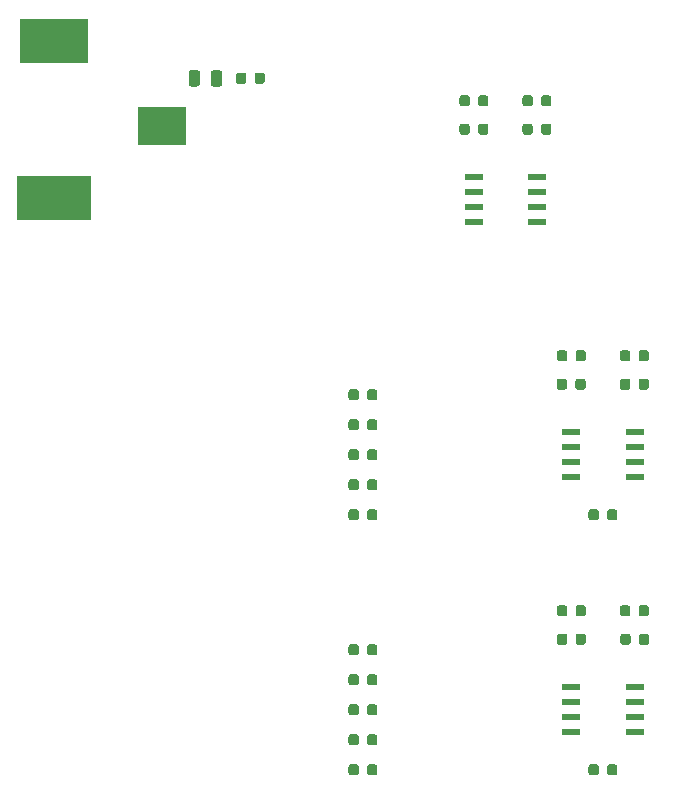
<source format=gbr>
%TF.GenerationSoftware,KiCad,Pcbnew,(5.1.7)-1*%
%TF.CreationDate,2021-04-26T16:45:44-05:00*%
%TF.ProjectId,Op_Amp_demo_PCB,4f705f41-6d70-45f6-9465-6d6f5f504342,1.0*%
%TF.SameCoordinates,Original*%
%TF.FileFunction,Paste,Top*%
%TF.FilePolarity,Positive*%
%FSLAX46Y46*%
G04 Gerber Fmt 4.6, Leading zero omitted, Abs format (unit mm)*
G04 Created by KiCad (PCBNEW (5.1.7)-1) date 2021-04-26 16:45:44*
%MOMM*%
%LPD*%
G01*
G04 APERTURE LIST*
%ADD10R,1.550000X0.600000*%
%ADD11R,6.350000X3.810000*%
%ADD12R,5.760000X3.810000*%
%ADD13R,4.060000X3.300000*%
G04 APERTURE END LIST*
%TO.C,R13*%
G36*
G01*
X105125000Y-68709250D02*
X105125000Y-68196750D01*
G75*
G02*
X105343750Y-67978000I218750J0D01*
G01*
X105781250Y-67978000D01*
G75*
G02*
X106000000Y-68196750I0J-218750D01*
G01*
X106000000Y-68709250D01*
G75*
G02*
X105781250Y-68928000I-218750J0D01*
G01*
X105343750Y-68928000D01*
G75*
G02*
X105125000Y-68709250I0J218750D01*
G01*
G37*
G36*
G01*
X103550000Y-68709250D02*
X103550000Y-68196750D01*
G75*
G02*
X103768750Y-67978000I218750J0D01*
G01*
X104206250Y-67978000D01*
G75*
G02*
X104425000Y-68196750I0J-218750D01*
G01*
X104425000Y-68709250D01*
G75*
G02*
X104206250Y-68928000I-218750J0D01*
G01*
X103768750Y-68928000D01*
G75*
G02*
X103550000Y-68709250I0J218750D01*
G01*
G37*
%TD*%
%TO.C,D1*%
G36*
G01*
X101415000Y-68909250D02*
X101415000Y-67996750D01*
G75*
G02*
X101658750Y-67753000I243750J0D01*
G01*
X102146250Y-67753000D01*
G75*
G02*
X102390000Y-67996750I0J-243750D01*
G01*
X102390000Y-68909250D01*
G75*
G02*
X102146250Y-69153000I-243750J0D01*
G01*
X101658750Y-69153000D01*
G75*
G02*
X101415000Y-68909250I0J243750D01*
G01*
G37*
G36*
G01*
X99540000Y-68909250D02*
X99540000Y-67996750D01*
G75*
G02*
X99783750Y-67753000I243750J0D01*
G01*
X100271250Y-67753000D01*
G75*
G02*
X100515000Y-67996750I0J-243750D01*
G01*
X100515000Y-68909250D01*
G75*
G02*
X100271250Y-69153000I-243750J0D01*
G01*
X99783750Y-69153000D01*
G75*
G02*
X99540000Y-68909250I0J243750D01*
G01*
G37*
%TD*%
D10*
%TO.C,U4*%
X131920000Y-120015000D03*
X131920000Y-121285000D03*
X131920000Y-122555000D03*
X131920000Y-123825000D03*
X137320000Y-123825000D03*
X137320000Y-122555000D03*
X137320000Y-121285000D03*
X137320000Y-120015000D03*
%TD*%
%TO.C,U3*%
X123665000Y-76835000D03*
X123665000Y-78105000D03*
X123665000Y-79375000D03*
X123665000Y-80645000D03*
X129065000Y-80645000D03*
X129065000Y-79375000D03*
X129065000Y-78105000D03*
X129065000Y-76835000D03*
%TD*%
%TO.C,U2*%
X131920000Y-98425000D03*
X131920000Y-99695000D03*
X131920000Y-100965000D03*
X131920000Y-102235000D03*
X137320000Y-102235000D03*
X137320000Y-100965000D03*
X137320000Y-99695000D03*
X137320000Y-98425000D03*
%TD*%
%TO.C,R12*%
G36*
G01*
X134970000Y-127256250D02*
X134970000Y-126743750D01*
G75*
G02*
X135188750Y-126525000I218750J0D01*
G01*
X135626250Y-126525000D01*
G75*
G02*
X135845000Y-126743750I0J-218750D01*
G01*
X135845000Y-127256250D01*
G75*
G02*
X135626250Y-127475000I-218750J0D01*
G01*
X135188750Y-127475000D01*
G75*
G02*
X134970000Y-127256250I0J218750D01*
G01*
G37*
G36*
G01*
X133395000Y-127256250D02*
X133395000Y-126743750D01*
G75*
G02*
X133613750Y-126525000I218750J0D01*
G01*
X134051250Y-126525000D01*
G75*
G02*
X134270000Y-126743750I0J-218750D01*
G01*
X134270000Y-127256250D01*
G75*
G02*
X134051250Y-127475000I-218750J0D01*
G01*
X133613750Y-127475000D01*
G75*
G02*
X133395000Y-127256250I0J218750D01*
G01*
G37*
%TD*%
%TO.C,R11*%
G36*
G01*
X113950000Y-126743750D02*
X113950000Y-127256250D01*
G75*
G02*
X113731250Y-127475000I-218750J0D01*
G01*
X113293750Y-127475000D01*
G75*
G02*
X113075000Y-127256250I0J218750D01*
G01*
X113075000Y-126743750D01*
G75*
G02*
X113293750Y-126525000I218750J0D01*
G01*
X113731250Y-126525000D01*
G75*
G02*
X113950000Y-126743750I0J-218750D01*
G01*
G37*
G36*
G01*
X115525000Y-126743750D02*
X115525000Y-127256250D01*
G75*
G02*
X115306250Y-127475000I-218750J0D01*
G01*
X114868750Y-127475000D01*
G75*
G02*
X114650000Y-127256250I0J218750D01*
G01*
X114650000Y-126743750D01*
G75*
G02*
X114868750Y-126525000I218750J0D01*
G01*
X115306250Y-126525000D01*
G75*
G02*
X115525000Y-126743750I0J-218750D01*
G01*
G37*
%TD*%
%TO.C,R10*%
G36*
G01*
X113950000Y-124203750D02*
X113950000Y-124716250D01*
G75*
G02*
X113731250Y-124935000I-218750J0D01*
G01*
X113293750Y-124935000D01*
G75*
G02*
X113075000Y-124716250I0J218750D01*
G01*
X113075000Y-124203750D01*
G75*
G02*
X113293750Y-123985000I218750J0D01*
G01*
X113731250Y-123985000D01*
G75*
G02*
X113950000Y-124203750I0J-218750D01*
G01*
G37*
G36*
G01*
X115525000Y-124203750D02*
X115525000Y-124716250D01*
G75*
G02*
X115306250Y-124935000I-218750J0D01*
G01*
X114868750Y-124935000D01*
G75*
G02*
X114650000Y-124716250I0J218750D01*
G01*
X114650000Y-124203750D01*
G75*
G02*
X114868750Y-123985000I218750J0D01*
G01*
X115306250Y-123985000D01*
G75*
G02*
X115525000Y-124203750I0J-218750D01*
G01*
G37*
%TD*%
%TO.C,R9*%
G36*
G01*
X113950000Y-121663750D02*
X113950000Y-122176250D01*
G75*
G02*
X113731250Y-122395000I-218750J0D01*
G01*
X113293750Y-122395000D01*
G75*
G02*
X113075000Y-122176250I0J218750D01*
G01*
X113075000Y-121663750D01*
G75*
G02*
X113293750Y-121445000I218750J0D01*
G01*
X113731250Y-121445000D01*
G75*
G02*
X113950000Y-121663750I0J-218750D01*
G01*
G37*
G36*
G01*
X115525000Y-121663750D02*
X115525000Y-122176250D01*
G75*
G02*
X115306250Y-122395000I-218750J0D01*
G01*
X114868750Y-122395000D01*
G75*
G02*
X114650000Y-122176250I0J218750D01*
G01*
X114650000Y-121663750D01*
G75*
G02*
X114868750Y-121445000I218750J0D01*
G01*
X115306250Y-121445000D01*
G75*
G02*
X115525000Y-121663750I0J-218750D01*
G01*
G37*
%TD*%
%TO.C,R8*%
G36*
G01*
X113950000Y-119123750D02*
X113950000Y-119636250D01*
G75*
G02*
X113731250Y-119855000I-218750J0D01*
G01*
X113293750Y-119855000D01*
G75*
G02*
X113075000Y-119636250I0J218750D01*
G01*
X113075000Y-119123750D01*
G75*
G02*
X113293750Y-118905000I218750J0D01*
G01*
X113731250Y-118905000D01*
G75*
G02*
X113950000Y-119123750I0J-218750D01*
G01*
G37*
G36*
G01*
X115525000Y-119123750D02*
X115525000Y-119636250D01*
G75*
G02*
X115306250Y-119855000I-218750J0D01*
G01*
X114868750Y-119855000D01*
G75*
G02*
X114650000Y-119636250I0J218750D01*
G01*
X114650000Y-119123750D01*
G75*
G02*
X114868750Y-118905000I218750J0D01*
G01*
X115306250Y-118905000D01*
G75*
G02*
X115525000Y-119123750I0J-218750D01*
G01*
G37*
%TD*%
%TO.C,R7*%
G36*
G01*
X113950000Y-116583750D02*
X113950000Y-117096250D01*
G75*
G02*
X113731250Y-117315000I-218750J0D01*
G01*
X113293750Y-117315000D01*
G75*
G02*
X113075000Y-117096250I0J218750D01*
G01*
X113075000Y-116583750D01*
G75*
G02*
X113293750Y-116365000I218750J0D01*
G01*
X113731250Y-116365000D01*
G75*
G02*
X113950000Y-116583750I0J-218750D01*
G01*
G37*
G36*
G01*
X115525000Y-116583750D02*
X115525000Y-117096250D01*
G75*
G02*
X115306250Y-117315000I-218750J0D01*
G01*
X114868750Y-117315000D01*
G75*
G02*
X114650000Y-117096250I0J218750D01*
G01*
X114650000Y-116583750D01*
G75*
G02*
X114868750Y-116365000I218750J0D01*
G01*
X115306250Y-116365000D01*
G75*
G02*
X115525000Y-116583750I0J-218750D01*
G01*
G37*
%TD*%
%TO.C,R6*%
G36*
G01*
X134270000Y-105153750D02*
X134270000Y-105666250D01*
G75*
G02*
X134051250Y-105885000I-218750J0D01*
G01*
X133613750Y-105885000D01*
G75*
G02*
X133395000Y-105666250I0J218750D01*
G01*
X133395000Y-105153750D01*
G75*
G02*
X133613750Y-104935000I218750J0D01*
G01*
X134051250Y-104935000D01*
G75*
G02*
X134270000Y-105153750I0J-218750D01*
G01*
G37*
G36*
G01*
X135845000Y-105153750D02*
X135845000Y-105666250D01*
G75*
G02*
X135626250Y-105885000I-218750J0D01*
G01*
X135188750Y-105885000D01*
G75*
G02*
X134970000Y-105666250I0J218750D01*
G01*
X134970000Y-105153750D01*
G75*
G02*
X135188750Y-104935000I218750J0D01*
G01*
X135626250Y-104935000D01*
G75*
G02*
X135845000Y-105153750I0J-218750D01*
G01*
G37*
%TD*%
%TO.C,R5*%
G36*
G01*
X113950000Y-105153750D02*
X113950000Y-105666250D01*
G75*
G02*
X113731250Y-105885000I-218750J0D01*
G01*
X113293750Y-105885000D01*
G75*
G02*
X113075000Y-105666250I0J218750D01*
G01*
X113075000Y-105153750D01*
G75*
G02*
X113293750Y-104935000I218750J0D01*
G01*
X113731250Y-104935000D01*
G75*
G02*
X113950000Y-105153750I0J-218750D01*
G01*
G37*
G36*
G01*
X115525000Y-105153750D02*
X115525000Y-105666250D01*
G75*
G02*
X115306250Y-105885000I-218750J0D01*
G01*
X114868750Y-105885000D01*
G75*
G02*
X114650000Y-105666250I0J218750D01*
G01*
X114650000Y-105153750D01*
G75*
G02*
X114868750Y-104935000I218750J0D01*
G01*
X115306250Y-104935000D01*
G75*
G02*
X115525000Y-105153750I0J-218750D01*
G01*
G37*
%TD*%
%TO.C,R4*%
G36*
G01*
X113950000Y-102613750D02*
X113950000Y-103126250D01*
G75*
G02*
X113731250Y-103345000I-218750J0D01*
G01*
X113293750Y-103345000D01*
G75*
G02*
X113075000Y-103126250I0J218750D01*
G01*
X113075000Y-102613750D01*
G75*
G02*
X113293750Y-102395000I218750J0D01*
G01*
X113731250Y-102395000D01*
G75*
G02*
X113950000Y-102613750I0J-218750D01*
G01*
G37*
G36*
G01*
X115525000Y-102613750D02*
X115525000Y-103126250D01*
G75*
G02*
X115306250Y-103345000I-218750J0D01*
G01*
X114868750Y-103345000D01*
G75*
G02*
X114650000Y-103126250I0J218750D01*
G01*
X114650000Y-102613750D01*
G75*
G02*
X114868750Y-102395000I218750J0D01*
G01*
X115306250Y-102395000D01*
G75*
G02*
X115525000Y-102613750I0J-218750D01*
G01*
G37*
%TD*%
%TO.C,R3*%
G36*
G01*
X113950000Y-100073750D02*
X113950000Y-100586250D01*
G75*
G02*
X113731250Y-100805000I-218750J0D01*
G01*
X113293750Y-100805000D01*
G75*
G02*
X113075000Y-100586250I0J218750D01*
G01*
X113075000Y-100073750D01*
G75*
G02*
X113293750Y-99855000I218750J0D01*
G01*
X113731250Y-99855000D01*
G75*
G02*
X113950000Y-100073750I0J-218750D01*
G01*
G37*
G36*
G01*
X115525000Y-100073750D02*
X115525000Y-100586250D01*
G75*
G02*
X115306250Y-100805000I-218750J0D01*
G01*
X114868750Y-100805000D01*
G75*
G02*
X114650000Y-100586250I0J218750D01*
G01*
X114650000Y-100073750D01*
G75*
G02*
X114868750Y-99855000I218750J0D01*
G01*
X115306250Y-99855000D01*
G75*
G02*
X115525000Y-100073750I0J-218750D01*
G01*
G37*
%TD*%
%TO.C,R2*%
G36*
G01*
X113950000Y-97533750D02*
X113950000Y-98046250D01*
G75*
G02*
X113731250Y-98265000I-218750J0D01*
G01*
X113293750Y-98265000D01*
G75*
G02*
X113075000Y-98046250I0J218750D01*
G01*
X113075000Y-97533750D01*
G75*
G02*
X113293750Y-97315000I218750J0D01*
G01*
X113731250Y-97315000D01*
G75*
G02*
X113950000Y-97533750I0J-218750D01*
G01*
G37*
G36*
G01*
X115525000Y-97533750D02*
X115525000Y-98046250D01*
G75*
G02*
X115306250Y-98265000I-218750J0D01*
G01*
X114868750Y-98265000D01*
G75*
G02*
X114650000Y-98046250I0J218750D01*
G01*
X114650000Y-97533750D01*
G75*
G02*
X114868750Y-97315000I218750J0D01*
G01*
X115306250Y-97315000D01*
G75*
G02*
X115525000Y-97533750I0J-218750D01*
G01*
G37*
%TD*%
%TO.C,R1*%
G36*
G01*
X113950000Y-94993750D02*
X113950000Y-95506250D01*
G75*
G02*
X113731250Y-95725000I-218750J0D01*
G01*
X113293750Y-95725000D01*
G75*
G02*
X113075000Y-95506250I0J218750D01*
G01*
X113075000Y-94993750D01*
G75*
G02*
X113293750Y-94775000I218750J0D01*
G01*
X113731250Y-94775000D01*
G75*
G02*
X113950000Y-94993750I0J-218750D01*
G01*
G37*
G36*
G01*
X115525000Y-94993750D02*
X115525000Y-95506250D01*
G75*
G02*
X115306250Y-95725000I-218750J0D01*
G01*
X114868750Y-95725000D01*
G75*
G02*
X114650000Y-95506250I0J218750D01*
G01*
X114650000Y-94993750D01*
G75*
G02*
X114868750Y-94775000I218750J0D01*
G01*
X115306250Y-94775000D01*
G75*
G02*
X115525000Y-94993750I0J-218750D01*
G01*
G37*
%TD*%
D11*
%TO.C,CON1*%
X88138000Y-78617000D03*
D12*
X88138000Y-65327000D03*
D13*
X97278000Y-72517000D03*
%TD*%
%TO.C,C12*%
G36*
G01*
X123348000Y-72514750D02*
X123348000Y-73027250D01*
G75*
G02*
X123129250Y-73246000I-218750J0D01*
G01*
X122691750Y-73246000D01*
G75*
G02*
X122473000Y-73027250I0J218750D01*
G01*
X122473000Y-72514750D01*
G75*
G02*
X122691750Y-72296000I218750J0D01*
G01*
X123129250Y-72296000D01*
G75*
G02*
X123348000Y-72514750I0J-218750D01*
G01*
G37*
G36*
G01*
X124923000Y-72514750D02*
X124923000Y-73027250D01*
G75*
G02*
X124704250Y-73246000I-218750J0D01*
G01*
X124266750Y-73246000D01*
G75*
G02*
X124048000Y-73027250I0J218750D01*
G01*
X124048000Y-72514750D01*
G75*
G02*
X124266750Y-72296000I218750J0D01*
G01*
X124704250Y-72296000D01*
G75*
G02*
X124923000Y-72514750I0J-218750D01*
G01*
G37*
%TD*%
%TO.C,C11*%
G36*
G01*
X123348000Y-70101750D02*
X123348000Y-70614250D01*
G75*
G02*
X123129250Y-70833000I-218750J0D01*
G01*
X122691750Y-70833000D01*
G75*
G02*
X122473000Y-70614250I0J218750D01*
G01*
X122473000Y-70101750D01*
G75*
G02*
X122691750Y-69883000I218750J0D01*
G01*
X123129250Y-69883000D01*
G75*
G02*
X123348000Y-70101750I0J-218750D01*
G01*
G37*
G36*
G01*
X124923000Y-70101750D02*
X124923000Y-70614250D01*
G75*
G02*
X124704250Y-70833000I-218750J0D01*
G01*
X124266750Y-70833000D01*
G75*
G02*
X124048000Y-70614250I0J218750D01*
G01*
X124048000Y-70101750D01*
G75*
G02*
X124266750Y-69883000I218750J0D01*
G01*
X124704250Y-69883000D01*
G75*
G02*
X124923000Y-70101750I0J-218750D01*
G01*
G37*
%TD*%
%TO.C,C10*%
G36*
G01*
X128682000Y-72514750D02*
X128682000Y-73027250D01*
G75*
G02*
X128463250Y-73246000I-218750J0D01*
G01*
X128025750Y-73246000D01*
G75*
G02*
X127807000Y-73027250I0J218750D01*
G01*
X127807000Y-72514750D01*
G75*
G02*
X128025750Y-72296000I218750J0D01*
G01*
X128463250Y-72296000D01*
G75*
G02*
X128682000Y-72514750I0J-218750D01*
G01*
G37*
G36*
G01*
X130257000Y-72514750D02*
X130257000Y-73027250D01*
G75*
G02*
X130038250Y-73246000I-218750J0D01*
G01*
X129600750Y-73246000D01*
G75*
G02*
X129382000Y-73027250I0J218750D01*
G01*
X129382000Y-72514750D01*
G75*
G02*
X129600750Y-72296000I218750J0D01*
G01*
X130038250Y-72296000D01*
G75*
G02*
X130257000Y-72514750I0J-218750D01*
G01*
G37*
%TD*%
%TO.C,C9*%
G36*
G01*
X128682000Y-70101750D02*
X128682000Y-70614250D01*
G75*
G02*
X128463250Y-70833000I-218750J0D01*
G01*
X128025750Y-70833000D01*
G75*
G02*
X127807000Y-70614250I0J218750D01*
G01*
X127807000Y-70101750D01*
G75*
G02*
X128025750Y-69883000I218750J0D01*
G01*
X128463250Y-69883000D01*
G75*
G02*
X128682000Y-70101750I0J-218750D01*
G01*
G37*
G36*
G01*
X130257000Y-70101750D02*
X130257000Y-70614250D01*
G75*
G02*
X130038250Y-70833000I-218750J0D01*
G01*
X129600750Y-70833000D01*
G75*
G02*
X129382000Y-70614250I0J218750D01*
G01*
X129382000Y-70101750D01*
G75*
G02*
X129600750Y-69883000I218750J0D01*
G01*
X130038250Y-69883000D01*
G75*
G02*
X130257000Y-70101750I0J-218750D01*
G01*
G37*
%TD*%
%TO.C,C8*%
G36*
G01*
X131577500Y-94104750D02*
X131577500Y-94617250D01*
G75*
G02*
X131358750Y-94836000I-218750J0D01*
G01*
X130921250Y-94836000D01*
G75*
G02*
X130702500Y-94617250I0J218750D01*
G01*
X130702500Y-94104750D01*
G75*
G02*
X130921250Y-93886000I218750J0D01*
G01*
X131358750Y-93886000D01*
G75*
G02*
X131577500Y-94104750I0J-218750D01*
G01*
G37*
G36*
G01*
X133152500Y-94104750D02*
X133152500Y-94617250D01*
G75*
G02*
X132933750Y-94836000I-218750J0D01*
G01*
X132496250Y-94836000D01*
G75*
G02*
X132277500Y-94617250I0J218750D01*
G01*
X132277500Y-94104750D01*
G75*
G02*
X132496250Y-93886000I218750J0D01*
G01*
X132933750Y-93886000D01*
G75*
G02*
X133152500Y-94104750I0J-218750D01*
G01*
G37*
%TD*%
%TO.C,C7*%
G36*
G01*
X131603000Y-91691750D02*
X131603000Y-92204250D01*
G75*
G02*
X131384250Y-92423000I-218750J0D01*
G01*
X130946750Y-92423000D01*
G75*
G02*
X130728000Y-92204250I0J218750D01*
G01*
X130728000Y-91691750D01*
G75*
G02*
X130946750Y-91473000I218750J0D01*
G01*
X131384250Y-91473000D01*
G75*
G02*
X131603000Y-91691750I0J-218750D01*
G01*
G37*
G36*
G01*
X133178000Y-91691750D02*
X133178000Y-92204250D01*
G75*
G02*
X132959250Y-92423000I-218750J0D01*
G01*
X132521750Y-92423000D01*
G75*
G02*
X132303000Y-92204250I0J218750D01*
G01*
X132303000Y-91691750D01*
G75*
G02*
X132521750Y-91473000I218750J0D01*
G01*
X132959250Y-91473000D01*
G75*
G02*
X133178000Y-91691750I0J-218750D01*
G01*
G37*
%TD*%
%TO.C,C6*%
G36*
G01*
X136937000Y-94104750D02*
X136937000Y-94617250D01*
G75*
G02*
X136718250Y-94836000I-218750J0D01*
G01*
X136280750Y-94836000D01*
G75*
G02*
X136062000Y-94617250I0J218750D01*
G01*
X136062000Y-94104750D01*
G75*
G02*
X136280750Y-93886000I218750J0D01*
G01*
X136718250Y-93886000D01*
G75*
G02*
X136937000Y-94104750I0J-218750D01*
G01*
G37*
G36*
G01*
X138512000Y-94104750D02*
X138512000Y-94617250D01*
G75*
G02*
X138293250Y-94836000I-218750J0D01*
G01*
X137855750Y-94836000D01*
G75*
G02*
X137637000Y-94617250I0J218750D01*
G01*
X137637000Y-94104750D01*
G75*
G02*
X137855750Y-93886000I218750J0D01*
G01*
X138293250Y-93886000D01*
G75*
G02*
X138512000Y-94104750I0J-218750D01*
G01*
G37*
%TD*%
%TO.C,C5*%
G36*
G01*
X136937000Y-91691750D02*
X136937000Y-92204250D01*
G75*
G02*
X136718250Y-92423000I-218750J0D01*
G01*
X136280750Y-92423000D01*
G75*
G02*
X136062000Y-92204250I0J218750D01*
G01*
X136062000Y-91691750D01*
G75*
G02*
X136280750Y-91473000I218750J0D01*
G01*
X136718250Y-91473000D01*
G75*
G02*
X136937000Y-91691750I0J-218750D01*
G01*
G37*
G36*
G01*
X138512000Y-91691750D02*
X138512000Y-92204250D01*
G75*
G02*
X138293250Y-92423000I-218750J0D01*
G01*
X137855750Y-92423000D01*
G75*
G02*
X137637000Y-92204250I0J218750D01*
G01*
X137637000Y-91691750D01*
G75*
G02*
X137855750Y-91473000I218750J0D01*
G01*
X138293250Y-91473000D01*
G75*
G02*
X138512000Y-91691750I0J-218750D01*
G01*
G37*
%TD*%
%TO.C,C4*%
G36*
G01*
X131603000Y-115694750D02*
X131603000Y-116207250D01*
G75*
G02*
X131384250Y-116426000I-218750J0D01*
G01*
X130946750Y-116426000D01*
G75*
G02*
X130728000Y-116207250I0J218750D01*
G01*
X130728000Y-115694750D01*
G75*
G02*
X130946750Y-115476000I218750J0D01*
G01*
X131384250Y-115476000D01*
G75*
G02*
X131603000Y-115694750I0J-218750D01*
G01*
G37*
G36*
G01*
X133178000Y-115694750D02*
X133178000Y-116207250D01*
G75*
G02*
X132959250Y-116426000I-218750J0D01*
G01*
X132521750Y-116426000D01*
G75*
G02*
X132303000Y-116207250I0J218750D01*
G01*
X132303000Y-115694750D01*
G75*
G02*
X132521750Y-115476000I218750J0D01*
G01*
X132959250Y-115476000D01*
G75*
G02*
X133178000Y-115694750I0J-218750D01*
G01*
G37*
%TD*%
%TO.C,C3*%
G36*
G01*
X131603000Y-113281750D02*
X131603000Y-113794250D01*
G75*
G02*
X131384250Y-114013000I-218750J0D01*
G01*
X130946750Y-114013000D01*
G75*
G02*
X130728000Y-113794250I0J218750D01*
G01*
X130728000Y-113281750D01*
G75*
G02*
X130946750Y-113063000I218750J0D01*
G01*
X131384250Y-113063000D01*
G75*
G02*
X131603000Y-113281750I0J-218750D01*
G01*
G37*
G36*
G01*
X133178000Y-113281750D02*
X133178000Y-113794250D01*
G75*
G02*
X132959250Y-114013000I-218750J0D01*
G01*
X132521750Y-114013000D01*
G75*
G02*
X132303000Y-113794250I0J218750D01*
G01*
X132303000Y-113281750D01*
G75*
G02*
X132521750Y-113063000I218750J0D01*
G01*
X132959250Y-113063000D01*
G75*
G02*
X133178000Y-113281750I0J-218750D01*
G01*
G37*
%TD*%
%TO.C,C2*%
G36*
G01*
X136962500Y-115694750D02*
X136962500Y-116207250D01*
G75*
G02*
X136743750Y-116426000I-218750J0D01*
G01*
X136306250Y-116426000D01*
G75*
G02*
X136087500Y-116207250I0J218750D01*
G01*
X136087500Y-115694750D01*
G75*
G02*
X136306250Y-115476000I218750J0D01*
G01*
X136743750Y-115476000D01*
G75*
G02*
X136962500Y-115694750I0J-218750D01*
G01*
G37*
G36*
G01*
X138537500Y-115694750D02*
X138537500Y-116207250D01*
G75*
G02*
X138318750Y-116426000I-218750J0D01*
G01*
X137881250Y-116426000D01*
G75*
G02*
X137662500Y-116207250I0J218750D01*
G01*
X137662500Y-115694750D01*
G75*
G02*
X137881250Y-115476000I218750J0D01*
G01*
X138318750Y-115476000D01*
G75*
G02*
X138537500Y-115694750I0J-218750D01*
G01*
G37*
%TD*%
%TO.C,C1*%
G36*
G01*
X136937000Y-113281750D02*
X136937000Y-113794250D01*
G75*
G02*
X136718250Y-114013000I-218750J0D01*
G01*
X136280750Y-114013000D01*
G75*
G02*
X136062000Y-113794250I0J218750D01*
G01*
X136062000Y-113281750D01*
G75*
G02*
X136280750Y-113063000I218750J0D01*
G01*
X136718250Y-113063000D01*
G75*
G02*
X136937000Y-113281750I0J-218750D01*
G01*
G37*
G36*
G01*
X138512000Y-113281750D02*
X138512000Y-113794250D01*
G75*
G02*
X138293250Y-114013000I-218750J0D01*
G01*
X137855750Y-114013000D01*
G75*
G02*
X137637000Y-113794250I0J218750D01*
G01*
X137637000Y-113281750D01*
G75*
G02*
X137855750Y-113063000I218750J0D01*
G01*
X138293250Y-113063000D01*
G75*
G02*
X138512000Y-113281750I0J-218750D01*
G01*
G37*
%TD*%
M02*

</source>
